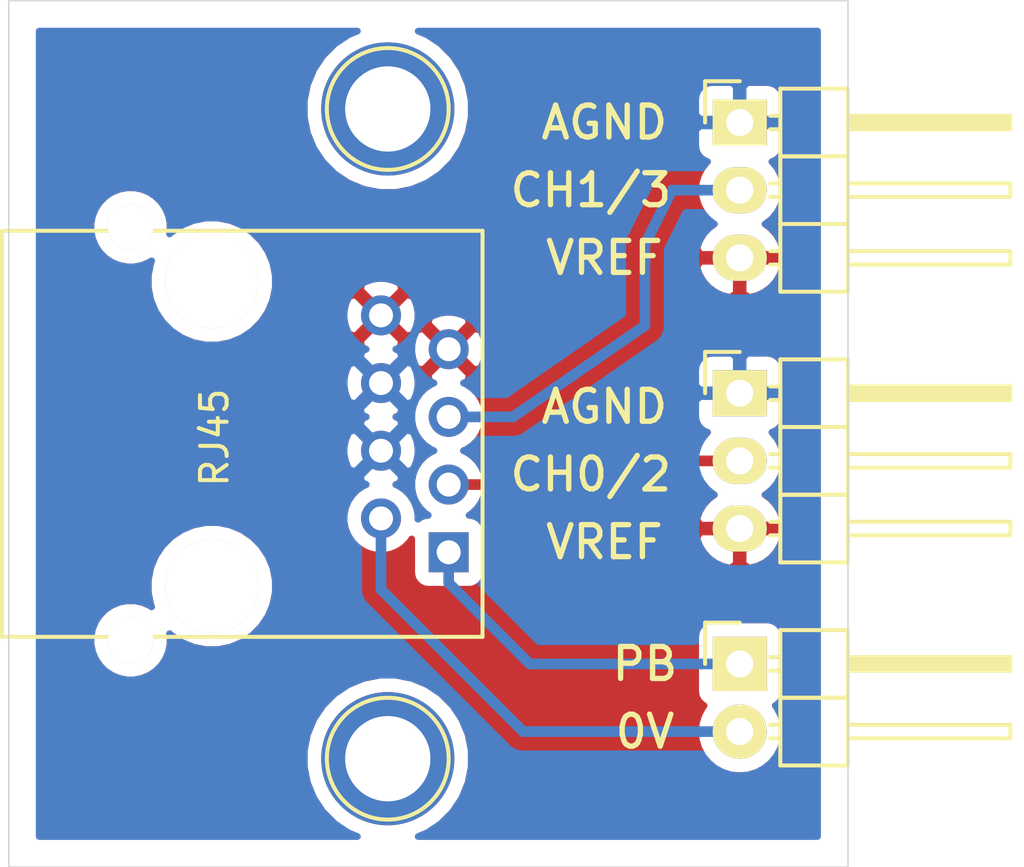
<source format=kicad_pcb>
(kicad_pcb (version 20171130) (host pcbnew "(5.1.2-1)-1")

  (general
    (thickness 1.6)
    (drawings 12)
    (tracks 15)
    (zones 0)
    (modules 6)
    (nets 7)
  )

  (page A4)
  (layers
    (0 F.Cu signal)
    (31 B.Cu signal)
    (32 B.Adhes user)
    (33 F.Adhes user)
    (34 B.Paste user)
    (35 F.Paste user)
    (36 B.SilkS user)
    (37 F.SilkS user)
    (38 B.Mask user)
    (39 F.Mask user)
    (40 Dwgs.User user)
    (41 Cmts.User user)
    (42 Eco1.User user)
    (43 Eco2.User user)
    (44 Edge.Cuts user)
    (45 Margin user)
    (46 B.CrtYd user)
    (47 F.CrtYd user)
    (48 B.Fab user)
    (49 F.Fab user)
  )

  (setup
    (last_trace_width 0.4)
    (trace_clearance 0.25)
    (zone_clearance 0.508)
    (zone_45_only no)
    (trace_min 0.2)
    (via_size 0.8)
    (via_drill 0.4)
    (via_min_size 0.4)
    (via_min_drill 0.3)
    (uvia_size 0.3)
    (uvia_drill 0.1)
    (uvias_allowed no)
    (uvia_min_size 0.2)
    (uvia_min_drill 0.1)
    (edge_width 0.05)
    (segment_width 0.2)
    (pcb_text_width 0.3)
    (pcb_text_size 1.5 1.5)
    (mod_edge_width 0.12)
    (mod_text_size 1 1)
    (mod_text_width 0.15)
    (pad_size 5 5)
    (pad_drill 3.2)
    (pad_to_mask_clearance 0.051)
    (solder_mask_min_width 0.25)
    (aux_axis_origin 0 0)
    (visible_elements FFFFFF7F)
    (pcbplotparams
      (layerselection 0x010fc_ffffffff)
      (usegerberextensions false)
      (usegerberattributes false)
      (usegerberadvancedattributes false)
      (creategerberjobfile false)
      (excludeedgelayer true)
      (linewidth 0.100000)
      (plotframeref false)
      (viasonmask false)
      (mode 1)
      (useauxorigin false)
      (hpglpennumber 1)
      (hpglpenspeed 20)
      (hpglpendiameter 15.000000)
      (psnegative false)
      (psa4output false)
      (plotreference true)
      (plotvalue true)
      (plotinvisibletext false)
      (padsonsilk false)
      (subtractmaskfromsilk false)
      (outputformat 1)
      (mirror false)
      (drillshape 0)
      (scaleselection 1)
      (outputdirectory "Gerbers/"))
  )

  (net 0 "")
  (net 1 /VREF)
  (net 2 /0V)
  (net 3 /CH0)
  (net 4 /AGND)
  (net 5 /CH1)
  (net 6 /PB0)

  (net_class Default "This is the default net class."
    (clearance 0.25)
    (trace_width 0.4)
    (via_dia 0.8)
    (via_drill 0.4)
    (uvia_dia 0.3)
    (uvia_drill 0.1)
    (add_net /0V)
    (add_net /AGND)
    (add_net /CH0)
    (add_net /CH1)
    (add_net /PB0)
    (add_net /VREF)
  )

  (module Connect:1pin (layer F.Cu) (tedit 5CF009D9) (tstamp 5CF02187)
    (at 134.112 60.452)
    (descr "module 1 pin (ou trou mecanique de percage)")
    (tags DEV)
    (fp_text reference REF** (at 0 -3.048) (layer F.SilkS) hide
      (effects (font (size 1 1) (thickness 0.15)))
    )
    (fp_text value 1pin (at 0 2.794) (layer F.Fab) hide
      (effects (font (size 1 1) (thickness 0.15)))
    )
    (fp_circle (center 0 0) (end 0 -2.286) (layer F.SilkS) (width 0.15))
    (pad "" thru_hole circle (at 0 0) (size 5 5) (drill 3.2) (layers *.Cu *.Mask))
  )

  (module Connect:1pin (layer F.Cu) (tedit 5CF009CF) (tstamp 5CF020FF)
    (at 134.112 36.068)
    (descr "module 1 pin (ou trou mecanique de percage)")
    (tags DEV)
    (fp_text reference REF** (at 0 -3.048) (layer F.SilkS) hide
      (effects (font (size 1 1) (thickness 0.15)))
    )
    (fp_text value 1pin (at 0 2.794) (layer F.Fab) hide
      (effects (font (size 1 1) (thickness 0.15)))
    )
    (fp_circle (center 0 0) (end 0 -2.286) (layer F.SilkS) (width 0.15))
    (pad "" thru_hole circle (at 0 0) (size 5 5) (drill 3.2) (layers *.Cu *.Mask))
  )

  (module Pin_Headers:Pin_Header_Angled_1x02 (layer F.Cu) (tedit 0) (tstamp 5CF01A8A)
    (at 147.32 56.896)
    (descr "Through hole pin header")
    (tags "pin header")
    (path /5CF094D0)
    (fp_text reference J4 (at 0 -5.1) (layer F.SilkS) hide
      (effects (font (size 1 1) (thickness 0.15)))
    )
    (fp_text value Push_Button (at -6.604 -0.508 90) (layer F.SilkS) hide
      (effects (font (size 1 1) (thickness 0.15)))
    )
    (fp_line (start 1.524 -1.27) (end 1.524 1.27) (layer F.SilkS) (width 0.15))
    (fp_line (start 1.524 1.27) (end 4.064 1.27) (layer F.SilkS) (width 0.15))
    (fp_line (start 4.064 -0.254) (end 10.16 -0.254) (layer F.SilkS) (width 0.15))
    (fp_line (start 10.16 -0.254) (end 10.16 0.254) (layer F.SilkS) (width 0.15))
    (fp_line (start 10.16 0.254) (end 4.064 0.254) (layer F.SilkS) (width 0.15))
    (fp_line (start 4.064 1.27) (end 4.064 -1.27) (layer F.SilkS) (width 0.15))
    (fp_line (start 4.064 3.81) (end 4.064 1.27) (layer F.SilkS) (width 0.15))
    (fp_line (start 10.16 2.794) (end 4.064 2.794) (layer F.SilkS) (width 0.15))
    (fp_line (start 10.16 2.286) (end 10.16 2.794) (layer F.SilkS) (width 0.15))
    (fp_line (start 4.064 2.286) (end 10.16 2.286) (layer F.SilkS) (width 0.15))
    (fp_line (start 1.524 3.81) (end 4.064 3.81) (layer F.SilkS) (width 0.15))
    (fp_line (start 1.524 1.27) (end 1.524 3.81) (layer F.SilkS) (width 0.15))
    (fp_line (start 1.524 1.27) (end 4.064 1.27) (layer F.SilkS) (width 0.15))
    (fp_line (start 1.524 -1.27) (end 4.064 -1.27) (layer F.SilkS) (width 0.15))
    (fp_line (start 1.524 2.794) (end 1.143 2.794) (layer F.SilkS) (width 0.15))
    (fp_line (start 1.524 2.286) (end 1.143 2.286) (layer F.SilkS) (width 0.15))
    (fp_line (start 1.524 0.254) (end 1.143 0.254) (layer F.SilkS) (width 0.15))
    (fp_line (start 1.524 -0.254) (end 1.143 -0.254) (layer F.SilkS) (width 0.15))
    (fp_line (start 4.191 0) (end 10.033 0) (layer F.SilkS) (width 0.15))
    (fp_line (start 4.191 0.127) (end 4.191 0) (layer F.SilkS) (width 0.15))
    (fp_line (start 10.033 0.127) (end 4.191 0.127) (layer F.SilkS) (width 0.15))
    (fp_line (start 10.033 -0.127) (end 10.033 0.127) (layer F.SilkS) (width 0.15))
    (fp_line (start 4.191 -0.127) (end 10.033 -0.127) (layer F.SilkS) (width 0.15))
    (fp_line (start 0 -1.55) (end -1.3 -1.55) (layer F.SilkS) (width 0.15))
    (fp_line (start -1.3 -1.55) (end -1.3 0) (layer F.SilkS) (width 0.15))
    (fp_line (start -1.5 4.3) (end 10.65 4.3) (layer F.CrtYd) (width 0.05))
    (fp_line (start -1.5 -1.75) (end 10.65 -1.75) (layer F.CrtYd) (width 0.05))
    (fp_line (start 10.65 -1.75) (end 10.65 4.3) (layer F.CrtYd) (width 0.05))
    (fp_line (start -1.5 -1.75) (end -1.5 4.3) (layer F.CrtYd) (width 0.05))
    (pad 2 thru_hole oval (at 0 2.54) (size 2.032 2.032) (drill 1.016) (layers *.Cu *.Mask F.SilkS)
      (net 2 /0V))
    (pad 1 thru_hole rect (at 0 0) (size 2.032 2.032) (drill 1.016) (layers *.Cu *.Mask F.SilkS)
      (net 6 /PB0))
    (model Pin_Headers.3dshapes/Pin_Header_Angled_1x02.wrl
      (offset (xyz 0 -1.269999980926514 0))
      (scale (xyz 1 1 1))
      (rotate (xyz 0 0 90))
    )
  )

  (module Pin_Headers:Pin_Header_Angled_1x03 (layer F.Cu) (tedit 0) (tstamp 5CF01A67)
    (at 147.32 46.736)
    (descr "Through hole pin header")
    (tags "pin header")
    (path /5CF14981)
    (fp_text reference J3 (at 0 -5.1) (layer F.SilkS)
      (effects (font (size 1 1) (thickness 0.15)))
    )
    (fp_text value Pot_0 (at 0 -3.1) (layer F.Fab) hide
      (effects (font (size 1 1) (thickness 0.15)))
    )
    (fp_line (start 1.524 6.35) (end 4.064 6.35) (layer F.SilkS) (width 0.15))
    (fp_line (start 1.524 1.27) (end 4.064 1.27) (layer F.SilkS) (width 0.15))
    (fp_line (start 1.524 1.27) (end 1.524 3.81) (layer F.SilkS) (width 0.15))
    (fp_line (start 1.524 3.81) (end 4.064 3.81) (layer F.SilkS) (width 0.15))
    (fp_line (start 4.064 2.286) (end 10.16 2.286) (layer F.SilkS) (width 0.15))
    (fp_line (start 10.16 2.286) (end 10.16 2.794) (layer F.SilkS) (width 0.15))
    (fp_line (start 10.16 2.794) (end 4.064 2.794) (layer F.SilkS) (width 0.15))
    (fp_line (start 4.064 3.81) (end 4.064 1.27) (layer F.SilkS) (width 0.15))
    (fp_line (start 4.064 6.35) (end 4.064 3.81) (layer F.SilkS) (width 0.15))
    (fp_line (start 10.16 5.334) (end 4.064 5.334) (layer F.SilkS) (width 0.15))
    (fp_line (start 10.16 4.826) (end 10.16 5.334) (layer F.SilkS) (width 0.15))
    (fp_line (start 4.064 4.826) (end 10.16 4.826) (layer F.SilkS) (width 0.15))
    (fp_line (start 1.524 3.81) (end 1.524 6.35) (layer F.SilkS) (width 0.15))
    (fp_line (start 1.524 3.81) (end 4.064 3.81) (layer F.SilkS) (width 0.15))
    (fp_line (start 1.524 -1.27) (end 4.064 -1.27) (layer F.SilkS) (width 0.15))
    (fp_line (start 1.524 -1.27) (end 1.524 1.27) (layer F.SilkS) (width 0.15))
    (fp_line (start 1.524 1.27) (end 4.064 1.27) (layer F.SilkS) (width 0.15))
    (fp_line (start 4.064 -0.254) (end 10.16 -0.254) (layer F.SilkS) (width 0.15))
    (fp_line (start 10.16 -0.254) (end 10.16 0.254) (layer F.SilkS) (width 0.15))
    (fp_line (start 10.16 0.254) (end 4.064 0.254) (layer F.SilkS) (width 0.15))
    (fp_line (start 4.064 1.27) (end 4.064 -1.27) (layer F.SilkS) (width 0.15))
    (fp_line (start 1.524 5.334) (end 1.143 5.334) (layer F.SilkS) (width 0.15))
    (fp_line (start 1.524 4.826) (end 1.143 4.826) (layer F.SilkS) (width 0.15))
    (fp_line (start 1.524 2.794) (end 1.143 2.794) (layer F.SilkS) (width 0.15))
    (fp_line (start 1.524 2.286) (end 1.143 2.286) (layer F.SilkS) (width 0.15))
    (fp_line (start 1.524 0.254) (end 1.143 0.254) (layer F.SilkS) (width 0.15))
    (fp_line (start 1.524 -0.254) (end 1.143 -0.254) (layer F.SilkS) (width 0.15))
    (fp_line (start 4.191 0) (end 10.033 0) (layer F.SilkS) (width 0.15))
    (fp_line (start 4.191 0.127) (end 4.191 0) (layer F.SilkS) (width 0.15))
    (fp_line (start 10.033 0.127) (end 4.191 0.127) (layer F.SilkS) (width 0.15))
    (fp_line (start 10.033 -0.127) (end 10.033 0.127) (layer F.SilkS) (width 0.15))
    (fp_line (start 4.191 -0.127) (end 10.033 -0.127) (layer F.SilkS) (width 0.15))
    (fp_line (start 0 -1.55) (end -1.3 -1.55) (layer F.SilkS) (width 0.15))
    (fp_line (start -1.3 -1.55) (end -1.3 0) (layer F.SilkS) (width 0.15))
    (fp_line (start -1.5 6.85) (end 10.65 6.85) (layer F.CrtYd) (width 0.05))
    (fp_line (start -1.5 -1.75) (end 10.65 -1.75) (layer F.CrtYd) (width 0.05))
    (fp_line (start 10.65 -1.75) (end 10.65 6.85) (layer F.CrtYd) (width 0.05))
    (fp_line (start -1.5 -1.75) (end -1.5 6.85) (layer F.CrtYd) (width 0.05))
    (pad 3 thru_hole oval (at 0 5.08) (size 2.032 1.7272) (drill 1.016) (layers *.Cu *.Mask F.SilkS)
      (net 1 /VREF))
    (pad 2 thru_hole oval (at 0 2.54) (size 2.032 1.7272) (drill 1.016) (layers *.Cu *.Mask F.SilkS)
      (net 3 /CH0))
    (pad 1 thru_hole rect (at 0 0) (size 2.032 1.7272) (drill 1.016) (layers *.Cu *.Mask F.SilkS)
      (net 4 /AGND))
    (model Pin_Headers.3dshapes/Pin_Header_Angled_1x03.wrl
      (offset (xyz 0 -2.539999961853027 0))
      (scale (xyz 1 1 1))
      (rotate (xyz 0 0 90))
    )
  )

  (module Pin_Headers:Pin_Header_Angled_1x03 (layer F.Cu) (tedit 0) (tstamp 5CF01A3A)
    (at 147.32 36.576)
    (descr "Through hole pin header")
    (tags "pin header")
    (path /5CF12450)
    (fp_text reference J2 (at 0 -5.1) (layer F.SilkS) hide
      (effects (font (size 1 1) (thickness 0.15)))
    )
    (fp_text value Pot_1 (at 0 -3.1) (layer F.Fab) hide
      (effects (font (size 1 1) (thickness 0.15)))
    )
    (fp_line (start 1.524 6.35) (end 4.064 6.35) (layer F.SilkS) (width 0.15))
    (fp_line (start 1.524 1.27) (end 4.064 1.27) (layer F.SilkS) (width 0.15))
    (fp_line (start 1.524 1.27) (end 1.524 3.81) (layer F.SilkS) (width 0.15))
    (fp_line (start 1.524 3.81) (end 4.064 3.81) (layer F.SilkS) (width 0.15))
    (fp_line (start 4.064 2.286) (end 10.16 2.286) (layer F.SilkS) (width 0.15))
    (fp_line (start 10.16 2.286) (end 10.16 2.794) (layer F.SilkS) (width 0.15))
    (fp_line (start 10.16 2.794) (end 4.064 2.794) (layer F.SilkS) (width 0.15))
    (fp_line (start 4.064 3.81) (end 4.064 1.27) (layer F.SilkS) (width 0.15))
    (fp_line (start 4.064 6.35) (end 4.064 3.81) (layer F.SilkS) (width 0.15))
    (fp_line (start 10.16 5.334) (end 4.064 5.334) (layer F.SilkS) (width 0.15))
    (fp_line (start 10.16 4.826) (end 10.16 5.334) (layer F.SilkS) (width 0.15))
    (fp_line (start 4.064 4.826) (end 10.16 4.826) (layer F.SilkS) (width 0.15))
    (fp_line (start 1.524 3.81) (end 1.524 6.35) (layer F.SilkS) (width 0.15))
    (fp_line (start 1.524 3.81) (end 4.064 3.81) (layer F.SilkS) (width 0.15))
    (fp_line (start 1.524 -1.27) (end 4.064 -1.27) (layer F.SilkS) (width 0.15))
    (fp_line (start 1.524 -1.27) (end 1.524 1.27) (layer F.SilkS) (width 0.15))
    (fp_line (start 1.524 1.27) (end 4.064 1.27) (layer F.SilkS) (width 0.15))
    (fp_line (start 4.064 -0.254) (end 10.16 -0.254) (layer F.SilkS) (width 0.15))
    (fp_line (start 10.16 -0.254) (end 10.16 0.254) (layer F.SilkS) (width 0.15))
    (fp_line (start 10.16 0.254) (end 4.064 0.254) (layer F.SilkS) (width 0.15))
    (fp_line (start 4.064 1.27) (end 4.064 -1.27) (layer F.SilkS) (width 0.15))
    (fp_line (start 1.524 5.334) (end 1.143 5.334) (layer F.SilkS) (width 0.15))
    (fp_line (start 1.524 4.826) (end 1.143 4.826) (layer F.SilkS) (width 0.15))
    (fp_line (start 1.524 2.794) (end 1.143 2.794) (layer F.SilkS) (width 0.15))
    (fp_line (start 1.524 2.286) (end 1.143 2.286) (layer F.SilkS) (width 0.15))
    (fp_line (start 1.524 0.254) (end 1.143 0.254) (layer F.SilkS) (width 0.15))
    (fp_line (start 1.524 -0.254) (end 1.143 -0.254) (layer F.SilkS) (width 0.15))
    (fp_line (start 4.191 0) (end 10.033 0) (layer F.SilkS) (width 0.15))
    (fp_line (start 4.191 0.127) (end 4.191 0) (layer F.SilkS) (width 0.15))
    (fp_line (start 10.033 0.127) (end 4.191 0.127) (layer F.SilkS) (width 0.15))
    (fp_line (start 10.033 -0.127) (end 10.033 0.127) (layer F.SilkS) (width 0.15))
    (fp_line (start 4.191 -0.127) (end 10.033 -0.127) (layer F.SilkS) (width 0.15))
    (fp_line (start 0 -1.55) (end -1.3 -1.55) (layer F.SilkS) (width 0.15))
    (fp_line (start -1.3 -1.55) (end -1.3 0) (layer F.SilkS) (width 0.15))
    (fp_line (start -1.5 6.85) (end 10.65 6.85) (layer F.CrtYd) (width 0.05))
    (fp_line (start -1.5 -1.75) (end 10.65 -1.75) (layer F.CrtYd) (width 0.05))
    (fp_line (start 10.65 -1.75) (end 10.65 6.85) (layer F.CrtYd) (width 0.05))
    (fp_line (start -1.5 -1.75) (end -1.5 6.85) (layer F.CrtYd) (width 0.05))
    (pad 3 thru_hole oval (at 0 5.08) (size 2.032 1.7272) (drill 1.016) (layers *.Cu *.Mask F.SilkS)
      (net 1 /VREF))
    (pad 2 thru_hole oval (at 0 2.54) (size 2.032 1.7272) (drill 1.016) (layers *.Cu *.Mask F.SilkS)
      (net 5 /CH1))
    (pad 1 thru_hole rect (at 0 0) (size 2.032 1.7272) (drill 1.016) (layers *.Cu *.Mask F.SilkS)
      (net 4 /AGND))
    (model Pin_Headers.3dshapes/Pin_Header_Angled_1x03.wrl
      (offset (xyz 0 -2.539999961853027 0))
      (scale (xyz 1 1 1))
      (rotate (xyz 0 0 90))
    )
  )

  (module Speculatrix_connectors:RJ45_Eth (layer F.Cu) (tedit 5CEC0944) (tstamp 5CF01A0D)
    (at 127.508 48.26 270)
    (descr "RJ45 Ethernet Socket")
    (tags RJ45)
    (path /5CF0337C)
    (fp_text reference J1 (at 0.254 4.826 90) (layer F.SilkS) hide
      (effects (font (size 1 1) (thickness 0.15)))
    )
    (fp_text value RJ45 (at 0.14224 -0.1016 90) (layer F.SilkS)
      (effects (font (size 1 1) (thickness 0.15)))
    )
    (fp_line (start -7.62 -10.16) (end -7.62 7.874) (layer F.SilkS) (width 0.15))
    (fp_line (start 7.62 -10.16) (end -7.62 -10.16) (layer F.SilkS) (width 0.15))
    (fp_line (start 7.62 7.874) (end 7.62 -10.16) (layer F.SilkS) (width 0.15))
    (fp_line (start -7.62 7.874) (end 7.62 7.874) (layer F.SilkS) (width 0.15))
    (pad "" np_thru_hole circle (at -7.75 3.05 270) (size 1.7 1.7) (drill 1.7) (layers *.Cu *.SilkS *.Mask))
    (pad "" np_thru_hole circle (at 7.75 3.05 270) (size 1.7 1.7) (drill 1.7) (layers *.Cu *.SilkS *.Mask))
    (pad 8 thru_hole circle (at -4.445 -6.35 270) (size 1.50114 1.50114) (drill 0.89916) (layers *.Cu *.Mask)
      (net 1 /VREF))
    (pad 2 thru_hole circle (at 3.175 -6.35 270) (size 1.50114 1.50114) (drill 0.89916) (layers *.Cu *.Mask)
      (net 2 /0V))
    (pad 3 thru_hole circle (at 1.905 -8.89 270) (size 1.50114 1.50114) (drill 0.89916) (layers *.Cu *.Mask)
      (net 3 /CH0))
    (pad 4 thru_hole circle (at 0.635 -6.35 270) (size 1.50114 1.50114) (drill 0.89916) (layers *.Cu *.Mask)
      (net 4 /AGND))
    (pad 5 thru_hole circle (at -0.635 -8.89 270) (size 1.50114 1.50114) (drill 0.89916) (layers *.Cu *.Mask)
      (net 5 /CH1))
    (pad 6 thru_hole circle (at -1.905 -6.35 270) (size 1.50114 1.50114) (drill 0.89916) (layers *.Cu *.Mask)
      (net 4 /AGND))
    (pad 7 thru_hole circle (at -3.175 -8.89 270) (size 1.50114 1.50114) (drill 0.89916) (layers *.Cu *.Mask)
      (net 1 /VREF))
    (pad 1 thru_hole rect (at 4.445 -8.89 270) (size 1.50114 1.50114) (drill 0.89916) (layers *.Cu *.Mask)
      (net 6 /PB0))
    (pad "" np_thru_hole circle (at -5.715 0 270) (size 3.5 3.5) (drill 3.5) (layers *.Cu *.SilkS *.Mask))
    (pad "" np_thru_hole circle (at 5.715 0 270) (size 3.5 3.5) (drill 3.5) (layers *.Cu *.SilkS *.Mask))
    (model Connect.3dshapes/RJ45_8.wrl
      (at (xyz 0 0 0))
      (scale (xyz 0.4 0.4 0.4))
      (rotate (xyz 0 0 0))
    )
  )

  (gr_line (start 119.888 64.516) (end 119.888 32.004) (layer Edge.Cuts) (width 0.05) (tstamp 5CF021B9))
  (gr_line (start 151.384 64.516) (end 119.888 64.516) (layer Edge.Cuts) (width 0.05))
  (gr_line (start 151.384 32.004) (end 151.384 64.516) (layer Edge.Cuts) (width 0.05))
  (gr_line (start 119.888 32.004) (end 151.384 32.004) (layer Edge.Cuts) (width 0.05))
  (gr_text 0V (at 143.764 59.436) (layer F.SilkS) (tstamp 5CF01E61)
    (effects (font (size 1.2 1.2) (thickness 0.2)))
  )
  (gr_text PB (at 143.764 56.896) (layer F.SilkS) (tstamp 5CF01E5E)
    (effects (font (size 1.2 1.2) (thickness 0.2)))
  )
  (gr_text CH0/2 (at 141.732 49.784) (layer F.SilkS) (tstamp 5CF01D19)
    (effects (font (size 1.2 1.2) (thickness 0.2)))
  )
  (gr_text CH1/3 (at 141.732 39.116) (layer F.SilkS) (tstamp 5CF01D15)
    (effects (font (size 1.2 1.2) (thickness 0.2)))
  )
  (gr_text VREF (at 142.24 41.656) (layer F.SilkS) (tstamp 5CF01D13)
    (effects (font (size 1.2 1.2) (thickness 0.2)))
  )
  (gr_text VREF (at 142.24 52.324) (layer F.SilkS) (tstamp 5CF01D10)
    (effects (font (size 1.2 1.2) (thickness 0.2)))
  )
  (gr_text AGND (at 142.24 47.244) (layer F.SilkS) (tstamp 5CF01D0E)
    (effects (font (size 1.2 1.2) (thickness 0.2)))
  )
  (gr_text AGND (at 142.24 36.576) (layer F.SilkS)
    (effects (font (size 1.2 1.2) (thickness 0.2)))
  )

  (segment (start 133.858 51.435) (end 133.858 54.102) (width 0.4) (layer B.Cu) (net 2))
  (segment (start 139.192 59.436) (end 147.32 59.436) (width 0.4) (layer B.Cu) (net 2))
  (segment (start 133.858 54.102) (end 139.192 59.436) (width 0.4) (layer B.Cu) (net 2))
  (segment (start 136.398 50.165) (end 142.875 50.165) (width 0.4) (layer F.Cu) (net 3))
  (segment (start 143.764 49.276) (end 147.32 49.276) (width 0.4) (layer F.Cu) (net 3))
  (segment (start 142.875 50.165) (end 143.764 49.276) (width 0.4) (layer F.Cu) (net 3))
  (segment (start 143.764 41.148) (end 144.78 39.116) (width 0.4) (layer B.Cu) (net 5))
  (segment (start 144.78 39.116) (end 147.32 39.116) (width 0.4) (layer B.Cu) (net 5))
  (segment (start 143.764 44.196) (end 143.764 41.148) (width 0.4) (layer B.Cu) (net 5))
  (segment (start 138.811 47.625) (end 143.764 44.196) (width 0.4) (layer B.Cu) (net 5))
  (segment (start 136.398 47.625) (end 138.811 47.625) (width 0.4) (layer B.Cu) (net 5))
  (segment (start 145.904 56.896) (end 147.32 56.896) (width 0.4) (layer B.Cu) (net 6))
  (segment (start 139.43843 56.896) (end 145.904 56.896) (width 0.4) (layer B.Cu) (net 6))
  (segment (start 136.398 53.85557) (end 139.43843 56.896) (width 0.4) (layer B.Cu) (net 6))
  (segment (start 136.398 52.705) (end 136.398 53.85557) (width 0.4) (layer B.Cu) (net 6))

  (zone (net 4) (net_name /AGND) (layer B.Cu) (tstamp 5CF02475) (hatch edge 0.508)
    (connect_pads (clearance 0.508))
    (min_thickness 0.254)
    (fill yes (arc_segments 32) (thermal_gap 0.508) (thermal_bridge_width 0.508))
    (polygon
      (pts
        (xy 120.904 33.02) (xy 150.368 33.02) (xy 150.368 63.5) (xy 120.904 63.5)
      )
    )
    (filled_polygon
      (pts
        (xy 132.627021 33.289799) (xy 132.113554 33.632886) (xy 131.676886 34.069554) (xy 131.333799 34.583021) (xy 131.097476 35.153554)
        (xy 130.977 35.759229) (xy 130.977 36.376771) (xy 131.097476 36.982446) (xy 131.333799 37.552979) (xy 131.676886 38.066446)
        (xy 132.113554 38.503114) (xy 132.627021 38.846201) (xy 133.197554 39.082524) (xy 133.803229 39.203) (xy 134.420771 39.203)
        (xy 135.026446 39.082524) (xy 135.596979 38.846201) (xy 136.110446 38.503114) (xy 136.547114 38.066446) (xy 136.890201 37.552979)
        (xy 137.126524 36.982446) (xy 137.247 36.376771) (xy 137.247 35.759229) (xy 137.237686 35.7124) (xy 145.665928 35.7124)
        (xy 145.669 36.29025) (xy 145.82775 36.449) (xy 147.193 36.449) (xy 147.193 35.23615) (xy 147.447 35.23615)
        (xy 147.447 36.449) (xy 148.81225 36.449) (xy 148.971 36.29025) (xy 148.974072 35.7124) (xy 148.961812 35.587918)
        (xy 148.925502 35.46822) (xy 148.866537 35.357906) (xy 148.787185 35.261215) (xy 148.690494 35.181863) (xy 148.58018 35.122898)
        (xy 148.460482 35.086588) (xy 148.336 35.074328) (xy 147.60575 35.0774) (xy 147.447 35.23615) (xy 147.193 35.23615)
        (xy 147.03425 35.0774) (xy 146.304 35.074328) (xy 146.179518 35.086588) (xy 146.05982 35.122898) (xy 145.949506 35.181863)
        (xy 145.852815 35.261215) (xy 145.773463 35.357906) (xy 145.714498 35.46822) (xy 145.678188 35.587918) (xy 145.665928 35.7124)
        (xy 137.237686 35.7124) (xy 137.126524 35.153554) (xy 136.890201 34.583021) (xy 136.547114 34.069554) (xy 136.110446 33.632886)
        (xy 135.596979 33.289799) (xy 135.252232 33.147) (xy 150.241 33.147) (xy 150.241 63.373) (xy 135.252232 63.373)
        (xy 135.596979 63.230201) (xy 136.110446 62.887114) (xy 136.547114 62.450446) (xy 136.890201 61.936979) (xy 137.126524 61.366446)
        (xy 137.247 60.760771) (xy 137.247 60.143229) (xy 137.126524 59.537554) (xy 136.890201 58.967021) (xy 136.547114 58.453554)
        (xy 136.110446 58.016886) (xy 135.596979 57.673799) (xy 135.026446 57.437476) (xy 134.420771 57.317) (xy 133.803229 57.317)
        (xy 133.197554 57.437476) (xy 132.627021 57.673799) (xy 132.113554 58.016886) (xy 131.676886 58.453554) (xy 131.333799 58.967021)
        (xy 131.097476 59.537554) (xy 130.977 60.143229) (xy 130.977 60.760771) (xy 131.097476 61.366446) (xy 131.333799 61.936979)
        (xy 131.676886 62.450446) (xy 132.113554 62.887114) (xy 132.627021 63.230201) (xy 132.971768 63.373) (xy 121.031 63.373)
        (xy 121.031 55.86374) (xy 122.973 55.86374) (xy 122.973 56.15626) (xy 123.030068 56.443158) (xy 123.14201 56.713411)
        (xy 123.304525 56.956632) (xy 123.511368 57.163475) (xy 123.754589 57.32599) (xy 124.024842 57.437932) (xy 124.31174 57.495)
        (xy 124.60426 57.495) (xy 124.891158 57.437932) (xy 125.161411 57.32599) (xy 125.404632 57.163475) (xy 125.611475 56.956632)
        (xy 125.77399 56.713411) (xy 125.885932 56.443158) (xy 125.943 56.15626) (xy 125.943 55.86374) (xy 125.922927 55.762826)
        (xy 125.987651 55.82755) (xy 126.378279 56.08856) (xy 126.812321 56.268346) (xy 127.273098 56.36) (xy 127.742902 56.36)
        (xy 128.203679 56.268346) (xy 128.637721 56.08856) (xy 129.028349 55.82755) (xy 129.36055 55.495349) (xy 129.62156 55.104721)
        (xy 129.801346 54.670679) (xy 129.893 54.209902) (xy 129.893 53.740098) (xy 129.801346 53.279321) (xy 129.62156 52.845279)
        (xy 129.36055 52.454651) (xy 129.028349 52.12245) (xy 128.637721 51.86144) (xy 128.203679 51.681654) (xy 127.742902 51.59)
        (xy 127.273098 51.59) (xy 126.812321 51.681654) (xy 126.378279 51.86144) (xy 125.987651 52.12245) (xy 125.65545 52.454651)
        (xy 125.39444 52.845279) (xy 125.214654 53.279321) (xy 125.123 53.740098) (xy 125.123 54.209902) (xy 125.214654 54.670679)
        (xy 125.248391 54.752128) (xy 125.161411 54.69401) (xy 124.891158 54.582068) (xy 124.60426 54.525) (xy 124.31174 54.525)
        (xy 124.024842 54.582068) (xy 123.754589 54.69401) (xy 123.511368 54.856525) (xy 123.304525 55.063368) (xy 123.14201 55.306589)
        (xy 123.030068 55.576842) (xy 122.973 55.86374) (xy 121.031 55.86374) (xy 121.031 51.298533) (xy 132.47243 51.298533)
        (xy 132.47243 51.571467) (xy 132.525677 51.839156) (xy 132.630124 52.091313) (xy 132.781758 52.318249) (xy 132.974751 52.511242)
        (xy 133.023 52.543481) (xy 133.023001 54.060972) (xy 133.01896 54.102) (xy 133.035082 54.265688) (xy 133.082828 54.423086)
        (xy 133.152379 54.553206) (xy 133.160365 54.568146) (xy 133.26471 54.695291) (xy 133.296574 54.721441) (xy 138.572559 59.997427)
        (xy 138.598709 60.029291) (xy 138.64937 60.070867) (xy 138.725854 60.133636) (xy 138.870913 60.211172) (xy 139.028311 60.258918)
        (xy 139.191999 60.27504) (xy 139.233018 60.271) (xy 145.894268 60.271) (xy 145.940602 60.357684) (xy 146.146918 60.609082)
        (xy 146.398316 60.815398) (xy 146.685133 60.968705) (xy 146.996347 61.063111) (xy 147.238896 61.087) (xy 147.401104 61.087)
        (xy 147.643653 61.063111) (xy 147.954867 60.968705) (xy 148.241684 60.815398) (xy 148.493082 60.609082) (xy 148.699398 60.357684)
        (xy 148.852705 60.070867) (xy 148.947111 59.759653) (xy 148.978988 59.436) (xy 148.947111 59.112347) (xy 148.852705 58.801133)
        (xy 148.699398 58.514316) (xy 148.655737 58.461115) (xy 148.690494 58.442537) (xy 148.787185 58.363185) (xy 148.866537 58.266494)
        (xy 148.925502 58.15618) (xy 148.961812 58.036482) (xy 148.974072 57.912) (xy 148.974072 55.88) (xy 148.961812 55.755518)
        (xy 148.925502 55.63582) (xy 148.866537 55.525506) (xy 148.787185 55.428815) (xy 148.690494 55.349463) (xy 148.58018 55.290498)
        (xy 148.460482 55.254188) (xy 148.336 55.241928) (xy 146.304 55.241928) (xy 146.179518 55.254188) (xy 146.05982 55.290498)
        (xy 145.949506 55.349463) (xy 145.852815 55.428815) (xy 145.773463 55.525506) (xy 145.714498 55.63582) (xy 145.678188 55.755518)
        (xy 145.665928 55.88) (xy 145.665928 56.061) (xy 139.784298 56.061) (xy 137.613412 53.890114) (xy 137.679107 53.810064)
        (xy 137.738072 53.69975) (xy 137.774382 53.580052) (xy 137.786642 53.45557) (xy 137.786642 51.95443) (xy 137.774382 51.829948)
        (xy 137.738072 51.71025) (xy 137.679107 51.599936) (xy 137.599755 51.503245) (xy 137.503064 51.423893) (xy 137.39275 51.364928)
        (xy 137.273052 51.328618) (xy 137.166227 51.318097) (xy 137.281249 51.241242) (xy 137.474242 51.048249) (xy 137.625876 50.821313)
        (xy 137.730323 50.569156) (xy 137.78357 50.301467) (xy 137.78357 50.028533) (xy 137.730323 49.760844) (xy 137.625876 49.508687)
        (xy 137.474242 49.281751) (xy 137.468491 49.276) (xy 145.661749 49.276) (xy 145.690684 49.569777) (xy 145.776375 49.852264)
        (xy 145.915531 50.112606) (xy 146.102803 50.340797) (xy 146.330994 50.528069) (xy 146.36454 50.546) (xy 146.330994 50.563931)
        (xy 146.102803 50.751203) (xy 145.915531 50.979394) (xy 145.776375 51.239736) (xy 145.690684 51.522223) (xy 145.661749 51.816)
        (xy 145.690684 52.109777) (xy 145.776375 52.392264) (xy 145.915531 52.652606) (xy 146.102803 52.880797) (xy 146.330994 53.068069)
        (xy 146.591336 53.207225) (xy 146.873823 53.292916) (xy 147.093981 53.3146) (xy 147.546019 53.3146) (xy 147.766177 53.292916)
        (xy 148.048664 53.207225) (xy 148.309006 53.068069) (xy 148.537197 52.880797) (xy 148.724469 52.652606) (xy 148.863625 52.392264)
        (xy 148.949316 52.109777) (xy 148.978251 51.816) (xy 148.949316 51.522223) (xy 148.863625 51.239736) (xy 148.724469 50.979394)
        (xy 148.537197 50.751203) (xy 148.309006 50.563931) (xy 148.27546 50.546) (xy 148.309006 50.528069) (xy 148.537197 50.340797)
        (xy 148.724469 50.112606) (xy 148.863625 49.852264) (xy 148.949316 49.569777) (xy 148.978251 49.276) (xy 148.949316 48.982223)
        (xy 148.863625 48.699736) (xy 148.724469 48.439394) (xy 148.537197 48.211203) (xy 148.529135 48.204586) (xy 148.58018 48.189102)
        (xy 148.690494 48.130137) (xy 148.787185 48.050785) (xy 148.866537 47.954094) (xy 148.925502 47.84378) (xy 148.961812 47.724082)
        (xy 148.974072 47.5996) (xy 148.971 47.02175) (xy 148.81225 46.863) (xy 147.447 46.863) (xy 147.447 46.883)
        (xy 147.193 46.883) (xy 147.193 46.863) (xy 145.82775 46.863) (xy 145.669 47.02175) (xy 145.665928 47.5996)
        (xy 145.678188 47.724082) (xy 145.714498 47.84378) (xy 145.773463 47.954094) (xy 145.852815 48.050785) (xy 145.949506 48.130137)
        (xy 146.05982 48.189102) (xy 146.110865 48.204586) (xy 146.102803 48.211203) (xy 145.915531 48.439394) (xy 145.776375 48.699736)
        (xy 145.690684 48.982223) (xy 145.661749 49.276) (xy 137.468491 49.276) (xy 137.281249 49.088758) (xy 137.054313 48.937124)
        (xy 136.952617 48.895) (xy 137.054313 48.852876) (xy 137.281249 48.701242) (xy 137.474242 48.508249) (xy 137.506481 48.46)
        (xy 138.77689 48.46) (xy 138.824839 48.463925) (xy 138.899664 48.455307) (xy 138.974689 48.447918) (xy 138.981339 48.445901)
        (xy 138.98824 48.445106) (xy 139.059959 48.422052) (xy 139.132087 48.400172) (xy 139.138217 48.396895) (xy 139.144829 48.39477)
        (xy 139.210641 48.358184) (xy 139.277146 48.322636) (xy 139.314353 48.292101) (xy 142.809478 45.8724) (xy 145.665928 45.8724)
        (xy 145.669 46.45025) (xy 145.82775 46.609) (xy 147.193 46.609) (xy 147.193 45.39615) (xy 147.447 45.39615)
        (xy 147.447 46.609) (xy 148.81225 46.609) (xy 148.971 46.45025) (xy 148.974072 45.8724) (xy 148.961812 45.747918)
        (xy 148.925502 45.62822) (xy 148.866537 45.517906) (xy 148.787185 45.421215) (xy 148.690494 45.341863) (xy 148.58018 45.282898)
        (xy 148.460482 45.246588) (xy 148.336 45.234328) (xy 147.60575 45.2374) (xy 147.447 45.39615) (xy 147.193 45.39615)
        (xy 147.03425 45.2374) (xy 146.304 45.234328) (xy 146.179518 45.246588) (xy 146.05982 45.282898) (xy 145.949506 45.341863)
        (xy 145.852815 45.421215) (xy 145.773463 45.517906) (xy 145.714498 45.62822) (xy 145.678188 45.747918) (xy 145.665928 45.8724)
        (xy 142.809478 45.8724) (xy 144.199892 44.909807) (xy 144.230145 44.893636) (xy 144.267335 44.863116) (xy 144.273015 44.859183)
        (xy 144.299064 44.837076) (xy 144.357291 44.789291) (xy 144.361698 44.783921) (xy 144.366997 44.779424) (xy 144.413837 44.720389)
        (xy 144.461636 44.662146) (xy 144.464912 44.656017) (xy 144.46923 44.650575) (xy 144.503644 44.583556) (xy 144.539172 44.517087)
        (xy 144.541189 44.510436) (xy 144.544363 44.504256) (xy 144.565044 44.4318) (xy 144.586918 44.359689) (xy 144.587599 44.352774)
        (xy 144.589506 44.346093) (xy 144.595652 44.271015) (xy 144.599 44.237019) (xy 144.599 44.23011) (xy 144.602925 44.182161)
        (xy 144.599 44.148081) (xy 144.599 41.345115) (xy 145.296058 39.951) (xy 145.914673 39.951) (xy 145.915531 39.952606)
        (xy 146.102803 40.180797) (xy 146.330994 40.368069) (xy 146.36454 40.386) (xy 146.330994 40.403931) (xy 146.102803 40.591203)
        (xy 145.915531 40.819394) (xy 145.776375 41.079736) (xy 145.690684 41.362223) (xy 145.661749 41.656) (xy 145.690684 41.949777)
        (xy 145.776375 42.232264) (xy 145.915531 42.492606) (xy 146.102803 42.720797) (xy 146.330994 42.908069) (xy 146.591336 43.047225)
        (xy 146.873823 43.132916) (xy 147.093981 43.1546) (xy 147.546019 43.1546) (xy 147.766177 43.132916) (xy 148.048664 43.047225)
        (xy 148.309006 42.908069) (xy 148.537197 42.720797) (xy 148.724469 42.492606) (xy 148.863625 42.232264) (xy 148.949316 41.949777)
        (xy 148.978251 41.656) (xy 148.949316 41.362223) (xy 148.863625 41.079736) (xy 148.724469 40.819394) (xy 148.537197 40.591203)
        (xy 148.309006 40.403931) (xy 148.27546 40.386) (xy 148.309006 40.368069) (xy 148.537197 40.180797) (xy 148.724469 39.952606)
        (xy 148.863625 39.692264) (xy 148.949316 39.409777) (xy 148.978251 39.116) (xy 148.949316 38.822223) (xy 148.863625 38.539736)
        (xy 148.724469 38.279394) (xy 148.537197 38.051203) (xy 148.529135 38.044586) (xy 148.58018 38.029102) (xy 148.690494 37.970137)
        (xy 148.787185 37.890785) (xy 148.866537 37.794094) (xy 148.925502 37.68378) (xy 148.961812 37.564082) (xy 148.974072 37.4396)
        (xy 148.971 36.86175) (xy 148.81225 36.703) (xy 147.447 36.703) (xy 147.447 36.723) (xy 147.193 36.723)
        (xy 147.193 36.703) (xy 145.82775 36.703) (xy 145.669 36.86175) (xy 145.665928 37.4396) (xy 145.678188 37.564082)
        (xy 145.714498 37.68378) (xy 145.773463 37.794094) (xy 145.852815 37.890785) (xy 145.949506 37.970137) (xy 146.05982 38.029102)
        (xy 146.110865 38.044586) (xy 146.102803 38.051203) (xy 145.915531 38.279394) (xy 145.914673 38.281) (xy 144.850775 38.281)
        (xy 144.839478 38.279071) (xy 144.76865 38.281) (xy 144.738981 38.281) (xy 144.727641 38.282117) (xy 144.675058 38.283549)
        (xy 144.645986 38.290159) (xy 144.616311 38.293082) (xy 144.565966 38.308354) (xy 144.514672 38.320017) (xy 144.487449 38.332172)
        (xy 144.458913 38.340828) (xy 144.412509 38.365631) (xy 144.364482 38.387075) (xy 144.340154 38.404306) (xy 144.313854 38.418364)
        (xy 144.273187 38.451738) (xy 144.230259 38.482144) (xy 144.209757 38.503794) (xy 144.186709 38.522709) (xy 144.153335 38.563376)
        (xy 144.117163 38.601573) (xy 144.101279 38.626806) (xy 144.082364 38.649854) (xy 144.057565 38.69625) (xy 144.051497 38.705889)
        (xy 144.038234 38.732415) (xy 144.004828 38.794913) (xy 144.001501 38.805882) (xy 143.022242 40.764402) (xy 142.988829 40.826913)
        (xy 142.973558 40.877253) (xy 142.954756 40.926388) (xy 142.949736 40.955784) (xy 142.941083 40.984311) (xy 142.935928 41.036654)
        (xy 142.927071 41.088522) (xy 142.929001 41.159385) (xy 142.929 43.7585) (xy 138.550167 46.79) (xy 137.506481 46.79)
        (xy 137.474242 46.741751) (xy 137.281249 46.548758) (xy 137.054313 46.397124) (xy 136.952617 46.355) (xy 137.054313 46.312876)
        (xy 137.281249 46.161242) (xy 137.474242 45.968249) (xy 137.625876 45.741313) (xy 137.730323 45.489156) (xy 137.78357 45.221467)
        (xy 137.78357 44.948533) (xy 137.730323 44.680844) (xy 137.625876 44.428687) (xy 137.474242 44.201751) (xy 137.281249 44.008758)
        (xy 137.054313 43.857124) (xy 136.802156 43.752677) (xy 136.534467 43.69943) (xy 136.261533 43.69943) (xy 135.993844 43.752677)
        (xy 135.741687 43.857124) (xy 135.514751 44.008758) (xy 135.321758 44.201751) (xy 135.170124 44.428687) (xy 135.065677 44.680844)
        (xy 135.01243 44.948533) (xy 135.01243 45.221467) (xy 135.065677 45.489156) (xy 135.170124 45.741313) (xy 135.321758 45.968249)
        (xy 135.514751 46.161242) (xy 135.741687 46.312876) (xy 135.843383 46.355) (xy 135.741687 46.397124) (xy 135.514751 46.548758)
        (xy 135.321758 46.741751) (xy 135.170124 46.968687) (xy 135.065677 47.220844) (xy 135.01243 47.488533) (xy 135.01243 47.761467)
        (xy 135.065677 48.029156) (xy 135.170124 48.281313) (xy 135.321758 48.508249) (xy 135.514751 48.701242) (xy 135.741687 48.852876)
        (xy 135.843383 48.895) (xy 135.741687 48.937124) (xy 135.514751 49.088758) (xy 135.321758 49.281751) (xy 135.170124 49.508687)
        (xy 135.065677 49.760844) (xy 135.01243 50.028533) (xy 135.01243 50.301467) (xy 135.065677 50.569156) (xy 135.170124 50.821313)
        (xy 135.321758 51.048249) (xy 135.514751 51.241242) (xy 135.629773 51.318097) (xy 135.522948 51.328618) (xy 135.40325 51.364928)
        (xy 135.292936 51.423893) (xy 135.24357 51.464407) (xy 135.24357 51.298533) (xy 135.190323 51.030844) (xy 135.085876 50.778687)
        (xy 134.934242 50.551751) (xy 134.741249 50.358758) (xy 134.514313 50.207124) (xy 134.416304 50.166527) (xy 134.457032 50.151817)
        (xy 134.570201 50.091326) (xy 134.635796 49.852401) (xy 133.858 49.074605) (xy 133.080204 49.852401) (xy 133.145799 50.091326)
        (xy 133.303063 50.165133) (xy 133.201687 50.207124) (xy 132.974751 50.358758) (xy 132.781758 50.551751) (xy 132.630124 50.778687)
        (xy 132.525677 51.030844) (xy 132.47243 51.298533) (xy 121.031 51.298533) (xy 121.031 48.96747) (xy 132.467613 48.96747)
        (xy 132.508467 49.237329) (xy 132.601183 49.494032) (xy 132.661674 49.607201) (xy 132.900599 49.672796) (xy 133.678395 48.895)
        (xy 134.037605 48.895) (xy 134.815401 49.672796) (xy 135.054326 49.607201) (xy 135.170283 49.360125) (xy 135.235809 49.095173)
        (xy 135.248387 48.82253) (xy 135.207533 48.552671) (xy 135.114817 48.295968) (xy 135.054326 48.182799) (xy 134.815401 48.117204)
        (xy 134.037605 48.895) (xy 133.678395 48.895) (xy 132.900599 48.117204) (xy 132.661674 48.182799) (xy 132.545717 48.429875)
        (xy 132.480191 48.694827) (xy 132.467613 48.96747) (xy 121.031 48.96747) (xy 121.031 47.312401) (xy 133.080204 47.312401)
        (xy 133.145799 47.551326) (xy 133.2996 47.623507) (xy 133.258968 47.638183) (xy 133.145799 47.698674) (xy 133.080204 47.937599)
        (xy 133.858 48.715395) (xy 134.635796 47.937599) (xy 134.570201 47.698674) (xy 134.4164 47.626493) (xy 134.457032 47.611817)
        (xy 134.570201 47.551326) (xy 134.635796 47.312401) (xy 133.858 46.534605) (xy 133.080204 47.312401) (xy 121.031 47.312401)
        (xy 121.031 46.42747) (xy 132.467613 46.42747) (xy 132.508467 46.697329) (xy 132.601183 46.954032) (xy 132.661674 47.067201)
        (xy 132.900599 47.132796) (xy 133.678395 46.355) (xy 134.037605 46.355) (xy 134.815401 47.132796) (xy 135.054326 47.067201)
        (xy 135.170283 46.820125) (xy 135.235809 46.555173) (xy 135.248387 46.28253) (xy 135.207533 46.012671) (xy 135.114817 45.755968)
        (xy 135.054326 45.642799) (xy 134.815401 45.577204) (xy 134.037605 46.355) (xy 133.678395 46.355) (xy 132.900599 45.577204)
        (xy 132.661674 45.642799) (xy 132.545717 45.889875) (xy 132.480191 46.154827) (xy 132.467613 46.42747) (xy 121.031 46.42747)
        (xy 121.031 40.36374) (xy 122.973 40.36374) (xy 122.973 40.65626) (xy 123.030068 40.943158) (xy 123.14201 41.213411)
        (xy 123.304525 41.456632) (xy 123.511368 41.663475) (xy 123.754589 41.82599) (xy 124.024842 41.937932) (xy 124.31174 41.995)
        (xy 124.60426 41.995) (xy 124.891158 41.937932) (xy 125.161411 41.82599) (xy 125.248391 41.767872) (xy 125.214654 41.849321)
        (xy 125.123 42.310098) (xy 125.123 42.779902) (xy 125.214654 43.240679) (xy 125.39444 43.674721) (xy 125.65545 44.065349)
        (xy 125.987651 44.39755) (xy 126.378279 44.65856) (xy 126.812321 44.838346) (xy 127.273098 44.93) (xy 127.742902 44.93)
        (xy 128.203679 44.838346) (xy 128.637721 44.65856) (xy 129.028349 44.39755) (xy 129.36055 44.065349) (xy 129.619012 43.678533)
        (xy 132.47243 43.678533) (xy 132.47243 43.951467) (xy 132.525677 44.219156) (xy 132.630124 44.471313) (xy 132.781758 44.698249)
        (xy 132.974751 44.891242) (xy 133.201687 45.042876) (xy 133.299696 45.083473) (xy 133.258968 45.098183) (xy 133.145799 45.158674)
        (xy 133.080204 45.397599) (xy 133.858 46.175395) (xy 134.635796 45.397599) (xy 134.570201 45.158674) (xy 134.412937 45.084867)
        (xy 134.514313 45.042876) (xy 134.741249 44.891242) (xy 134.934242 44.698249) (xy 135.085876 44.471313) (xy 135.190323 44.219156)
        (xy 135.24357 43.951467) (xy 135.24357 43.678533) (xy 135.190323 43.410844) (xy 135.085876 43.158687) (xy 134.934242 42.931751)
        (xy 134.741249 42.738758) (xy 134.514313 42.587124) (xy 134.262156 42.482677) (xy 133.994467 42.42943) (xy 133.721533 42.42943)
        (xy 133.453844 42.482677) (xy 133.201687 42.587124) (xy 132.974751 42.738758) (xy 132.781758 42.931751) (xy 132.630124 43.158687)
        (xy 132.525677 43.410844) (xy 132.47243 43.678533) (xy 129.619012 43.678533) (xy 129.62156 43.674721) (xy 129.801346 43.240679)
        (xy 129.893 42.779902) (xy 129.893 42.310098) (xy 129.801346 41.849321) (xy 129.62156 41.415279) (xy 129.36055 41.024651)
        (xy 129.028349 40.69245) (xy 128.637721 40.43144) (xy 128.203679 40.251654) (xy 127.742902 40.16) (xy 127.273098 40.16)
        (xy 126.812321 40.251654) (xy 126.378279 40.43144) (xy 125.987651 40.69245) (xy 125.922927 40.757174) (xy 125.943 40.65626)
        (xy 125.943 40.36374) (xy 125.885932 40.076842) (xy 125.77399 39.806589) (xy 125.611475 39.563368) (xy 125.404632 39.356525)
        (xy 125.161411 39.19401) (xy 124.891158 39.082068) (xy 124.60426 39.025) (xy 124.31174 39.025) (xy 124.024842 39.082068)
        (xy 123.754589 39.19401) (xy 123.511368 39.356525) (xy 123.304525 39.563368) (xy 123.14201 39.806589) (xy 123.030068 40.076842)
        (xy 122.973 40.36374) (xy 121.031 40.36374) (xy 121.031 33.147) (xy 132.971768 33.147)
      )
    )
  )
  (zone (net 1) (net_name /VREF) (layer F.Cu) (tstamp 5CF02472) (hatch edge 0.508)
    (connect_pads (clearance 0.508))
    (min_thickness 0.254)
    (fill yes (arc_segments 32) (thermal_gap 0.508) (thermal_bridge_width 0.508))
    (polygon
      (pts
        (xy 121.412 33.528) (xy 149.86 33.528) (xy 149.86 62.992) (xy 121.412 62.992)
      )
    )
    (filled_polygon
      (pts
        (xy 131.676886 34.069554) (xy 131.333799 34.583021) (xy 131.097476 35.153554) (xy 130.977 35.759229) (xy 130.977 36.376771)
        (xy 131.097476 36.982446) (xy 131.333799 37.552979) (xy 131.676886 38.066446) (xy 132.113554 38.503114) (xy 132.627021 38.846201)
        (xy 133.197554 39.082524) (xy 133.803229 39.203) (xy 134.420771 39.203) (xy 134.85815 39.116) (xy 145.661749 39.116)
        (xy 145.690684 39.409777) (xy 145.776375 39.692264) (xy 145.915531 39.952606) (xy 146.102803 40.180797) (xy 146.330994 40.368069)
        (xy 146.370947 40.389424) (xy 146.168271 40.537514) (xy 145.969267 40.753965) (xy 145.816314 41.005081) (xy 145.715291 41.281211)
        (xy 145.712642 41.296974) (xy 145.833783 41.529) (xy 147.193 41.529) (xy 147.193 41.509) (xy 147.447 41.509)
        (xy 147.447 41.529) (xy 148.806217 41.529) (xy 148.927358 41.296974) (xy 148.924709 41.281211) (xy 148.823686 41.005081)
        (xy 148.670733 40.753965) (xy 148.471729 40.537514) (xy 148.269053 40.389424) (xy 148.309006 40.368069) (xy 148.537197 40.180797)
        (xy 148.724469 39.952606) (xy 148.863625 39.692264) (xy 148.949316 39.409777) (xy 148.978251 39.116) (xy 148.949316 38.822223)
        (xy 148.863625 38.539736) (xy 148.724469 38.279394) (xy 148.537197 38.051203) (xy 148.529135 38.044586) (xy 148.58018 38.029102)
        (xy 148.690494 37.970137) (xy 148.787185 37.890785) (xy 148.866537 37.794094) (xy 148.925502 37.68378) (xy 148.961812 37.564082)
        (xy 148.974072 37.4396) (xy 148.974072 35.7124) (xy 148.961812 35.587918) (xy 148.925502 35.46822) (xy 148.866537 35.357906)
        (xy 148.787185 35.261215) (xy 148.690494 35.181863) (xy 148.58018 35.122898) (xy 148.460482 35.086588) (xy 148.336 35.074328)
        (xy 146.304 35.074328) (xy 146.179518 35.086588) (xy 146.05982 35.122898) (xy 145.949506 35.181863) (xy 145.852815 35.261215)
        (xy 145.773463 35.357906) (xy 145.714498 35.46822) (xy 145.678188 35.587918) (xy 145.665928 35.7124) (xy 145.665928 37.4396)
        (xy 145.678188 37.564082) (xy 145.714498 37.68378) (xy 145.773463 37.794094) (xy 145.852815 37.890785) (xy 145.949506 37.970137)
        (xy 146.05982 38.029102) (xy 146.110865 38.044586) (xy 146.102803 38.051203) (xy 145.915531 38.279394) (xy 145.776375 38.539736)
        (xy 145.690684 38.822223) (xy 145.661749 39.116) (xy 134.85815 39.116) (xy 135.026446 39.082524) (xy 135.596979 38.846201)
        (xy 136.110446 38.503114) (xy 136.547114 38.066446) (xy 136.890201 37.552979) (xy 137.126524 36.982446) (xy 137.247 36.376771)
        (xy 137.247 35.759229) (xy 137.126524 35.153554) (xy 136.890201 34.583021) (xy 136.547114 34.069554) (xy 136.13256 33.655)
        (xy 149.733 33.655) (xy 149.733 62.865) (xy 136.13256 62.865) (xy 136.547114 62.450446) (xy 136.890201 61.936979)
        (xy 137.126524 61.366446) (xy 137.247 60.760771) (xy 137.247 60.143229) (xy 137.126524 59.537554) (xy 137.084459 59.436)
        (xy 145.661012 59.436) (xy 145.692889 59.759653) (xy 145.787295 60.070867) (xy 145.940602 60.357684) (xy 146.146918 60.609082)
        (xy 146.398316 60.815398) (xy 146.685133 60.968705) (xy 146.996347 61.063111) (xy 147.238896 61.087) (xy 147.401104 61.087)
        (xy 147.643653 61.063111) (xy 147.954867 60.968705) (xy 148.241684 60.815398) (xy 148.493082 60.609082) (xy 148.699398 60.357684)
        (xy 148.852705 60.070867) (xy 148.947111 59.759653) (xy 148.978988 59.436) (xy 148.947111 59.112347) (xy 148.852705 58.801133)
        (xy 148.699398 58.514316) (xy 148.655737 58.461115) (xy 148.690494 58.442537) (xy 148.787185 58.363185) (xy 148.866537 58.266494)
        (xy 148.925502 58.15618) (xy 148.961812 58.036482) (xy 148.974072 57.912) (xy 148.974072 55.88) (xy 148.961812 55.755518)
        (xy 148.925502 55.63582) (xy 148.866537 55.525506) (xy 148.787185 55.428815) (xy 148.690494 55.349463) (xy 148.58018 55.290498)
        (xy 148.460482 55.254188) (xy 148.336 55.241928) (xy 146.304 55.241928) (xy 146.179518 55.254188) (xy 146.05982 55.290498)
        (xy 145.949506 55.349463) (xy 145.852815 55.428815) (xy 145.773463 55.525506) (xy 145.714498 55.63582) (xy 145.678188 55.755518)
        (xy 145.665928 55.88) (xy 145.665928 57.912) (xy 145.678188 58.036482) (xy 145.714498 58.15618) (xy 145.773463 58.266494)
        (xy 145.852815 58.363185) (xy 145.949506 58.442537) (xy 145.984263 58.461115) (xy 145.940602 58.514316) (xy 145.787295 58.801133)
        (xy 145.692889 59.112347) (xy 145.661012 59.436) (xy 137.084459 59.436) (xy 136.890201 58.967021) (xy 136.547114 58.453554)
        (xy 136.110446 58.016886) (xy 135.596979 57.673799) (xy 135.026446 57.437476) (xy 134.420771 57.317) (xy 133.803229 57.317)
        (xy 133.197554 57.437476) (xy 132.627021 57.673799) (xy 132.113554 58.016886) (xy 131.676886 58.453554) (xy 131.333799 58.967021)
        (xy 131.097476 59.537554) (xy 130.977 60.143229) (xy 130.977 60.760771) (xy 131.097476 61.366446) (xy 131.333799 61.936979)
        (xy 131.676886 62.450446) (xy 132.09144 62.865) (xy 121.539 62.865) (xy 121.539 55.86374) (xy 122.973 55.86374)
        (xy 122.973 56.15626) (xy 123.030068 56.443158) (xy 123.14201 56.713411) (xy 123.304525 56.956632) (xy 123.511368 57.163475)
        (xy 123.754589 57.32599) (xy 124.024842 57.437932) (xy 124.31174 57.495) (xy 124.60426 57.495) (xy 124.891158 57.437932)
        (xy 125.161411 57.32599) (xy 125.404632 57.163475) (xy 125.611475 56.956632) (xy 125.77399 56.713411) (xy 125.885932 56.443158)
        (xy 125.943 56.15626) (xy 125.943 55.86374) (xy 125.922927 55.762826) (xy 125.987651 55.82755) (xy 126.378279 56.08856)
        (xy 126.812321 56.268346) (xy 127.273098 56.36) (xy 127.742902 56.36) (xy 128.203679 56.268346) (xy 128.637721 56.08856)
        (xy 129.028349 55.82755) (xy 129.36055 55.495349) (xy 129.62156 55.104721) (xy 129.801346 54.670679) (xy 129.893 54.209902)
        (xy 129.893 53.740098) (xy 129.801346 53.279321) (xy 129.62156 52.845279) (xy 129.36055 52.454651) (xy 129.028349 52.12245)
        (xy 128.637721 51.86144) (xy 128.203679 51.681654) (xy 127.742902 51.59) (xy 127.273098 51.59) (xy 126.812321 51.681654)
        (xy 126.378279 51.86144) (xy 125.987651 52.12245) (xy 125.65545 52.454651) (xy 125.39444 52.845279) (xy 125.214654 53.279321)
        (xy 125.123 53.740098) (xy 125.123 54.209902) (xy 125.214654 54.670679) (xy 125.248391 54.752128) (xy 125.161411 54.69401)
        (xy 124.891158 54.582068) (xy 124.60426 54.525) (xy 124.31174 54.525) (xy 124.024842 54.582068) (xy 123.754589 54.69401)
        (xy 123.511368 54.856525) (xy 123.304525 55.063368) (xy 123.14201 55.306589) (xy 123.030068 55.576842) (xy 122.973 55.86374)
        (xy 121.539 55.86374) (xy 121.539 46.218533) (xy 132.47243 46.218533) (xy 132.47243 46.491467) (xy 132.525677 46.759156)
        (xy 132.630124 47.011313) (xy 132.781758 47.238249) (xy 132.974751 47.431242) (xy 133.201687 47.582876) (xy 133.303383 47.625)
        (xy 133.201687 47.667124) (xy 132.974751 47.818758) (xy 132.781758 48.011751) (xy 132.630124 48.238687) (xy 132.525677 48.490844)
        (xy 132.47243 48.758533) (xy 132.47243 49.031467) (xy 132.525677 49.299156) (xy 132.630124 49.551313) (xy 132.781758 49.778249)
        (xy 132.974751 49.971242) (xy 133.201687 50.122876) (xy 133.303383 50.165) (xy 133.201687 50.207124) (xy 132.974751 50.358758)
        (xy 132.781758 50.551751) (xy 132.630124 50.778687) (xy 132.525677 51.030844) (xy 132.47243 51.298533) (xy 132.47243 51.571467)
        (xy 132.525677 51.839156) (xy 132.630124 52.091313) (xy 132.781758 52.318249) (xy 132.974751 52.511242) (xy 133.201687 52.662876)
        (xy 133.453844 52.767323) (xy 133.721533 52.82057) (xy 133.994467 52.82057) (xy 134.262156 52.767323) (xy 134.514313 52.662876)
        (xy 134.741249 52.511242) (xy 134.934242 52.318249) (xy 135.009358 52.20583) (xy 135.009358 53.45557) (xy 135.021618 53.580052)
        (xy 135.057928 53.69975) (xy 135.116893 53.810064) (xy 135.196245 53.906755) (xy 135.292936 53.986107) (xy 135.40325 54.045072)
        (xy 135.522948 54.081382) (xy 135.64743 54.093642) (xy 137.14857 54.093642) (xy 137.273052 54.081382) (xy 137.39275 54.045072)
        (xy 137.503064 53.986107) (xy 137.599755 53.906755) (xy 137.679107 53.810064) (xy 137.738072 53.69975) (xy 137.774382 53.580052)
        (xy 137.786642 53.45557) (xy 137.786642 52.175026) (xy 145.712642 52.175026) (xy 145.715291 52.190789) (xy 145.816314 52.466919)
        (xy 145.969267 52.718035) (xy 146.168271 52.934486) (xy 146.405679 53.107954) (xy 146.672367 53.231773) (xy 146.958086 53.301185)
        (xy 147.193 53.156925) (xy 147.193 51.943) (xy 147.447 51.943) (xy 147.447 53.156925) (xy 147.681914 53.301185)
        (xy 147.967633 53.231773) (xy 148.234321 53.107954) (xy 148.471729 52.934486) (xy 148.670733 52.718035) (xy 148.823686 52.466919)
        (xy 148.924709 52.190789) (xy 148.927358 52.175026) (xy 148.806217 51.943) (xy 147.447 51.943) (xy 147.193 51.943)
        (xy 145.833783 51.943) (xy 145.712642 52.175026) (xy 137.786642 52.175026) (xy 137.786642 51.95443) (xy 137.774382 51.829948)
        (xy 137.738072 51.71025) (xy 137.679107 51.599936) (xy 137.599755 51.503245) (xy 137.503064 51.423893) (xy 137.39275 51.364928)
        (xy 137.273052 51.328618) (xy 137.166227 51.318097) (xy 137.281249 51.241242) (xy 137.474242 51.048249) (xy 137.506481 51)
        (xy 142.833982 51) (xy 142.875 51.00404) (xy 142.916018 51) (xy 142.916019 51) (xy 143.038689 50.987918)
        (xy 143.196087 50.940172) (xy 143.341146 50.862636) (xy 143.468291 50.758291) (xy 143.494445 50.726422) (xy 144.109868 50.111)
        (xy 145.914673 50.111) (xy 145.915531 50.112606) (xy 146.102803 50.340797) (xy 146.330994 50.528069) (xy 146.370947 50.549424)
        (xy 146.168271 50.697514) (xy 145.969267 50.913965) (xy 145.816314 51.165081) (xy 145.715291 51.441211) (xy 145.712642 51.456974)
        (xy 145.833783 51.689) (xy 147.193 51.689) (xy 147.193 51.669) (xy 147.447 51.669) (xy 147.447 51.689)
        (xy 148.806217 51.689) (xy 148.927358 51.456974) (xy 148.924709 51.441211) (xy 148.823686 51.165081) (xy 148.670733 50.913965)
        (xy 148.471729 50.697514) (xy 148.269053 50.549424) (xy 148.309006 50.528069) (xy 148.537197 50.340797) (xy 148.724469 50.112606)
        (xy 148.863625 49.852264) (xy 148.949316 49.569777) (xy 148.978251 49.276) (xy 148.949316 48.982223) (xy 148.863625 48.699736)
        (xy 148.724469 48.439394) (xy 148.537197 48.211203) (xy 148.529135 48.204586) (xy 148.58018 48.189102) (xy 148.690494 48.130137)
        (xy 148.787185 48.050785) (xy 148.866537 47.954094) (xy 148.925502 47.84378) (xy 148.961812 47.724082) (xy 148.974072 47.5996)
        (xy 148.974072 45.8724) (xy 148.961812 45.747918) (xy 148.925502 45.62822) (xy 148.866537 45.517906) (xy 148.787185 45.421215)
        (xy 148.690494 45.341863) (xy 148.58018 45.282898) (xy 148.460482 45.246588) (xy 148.336 45.234328) (xy 146.304 45.234328)
        (xy 146.179518 45.246588) (xy 146.05982 45.282898) (xy 145.949506 45.341863) (xy 145.852815 45.421215) (xy 145.773463 45.517906)
        (xy 145.714498 45.62822) (xy 145.678188 45.747918) (xy 145.665928 45.8724) (xy 145.665928 47.5996) (xy 145.678188 47.724082)
        (xy 145.714498 47.84378) (xy 145.773463 47.954094) (xy 145.852815 48.050785) (xy 145.949506 48.130137) (xy 146.05982 48.189102)
        (xy 146.110865 48.204586) (xy 146.102803 48.211203) (xy 145.915531 48.439394) (xy 145.914673 48.441) (xy 143.805018 48.441)
        (xy 143.764 48.43696) (xy 143.722981 48.441) (xy 143.600311 48.453082) (xy 143.442913 48.500828) (xy 143.297854 48.578364)
        (xy 143.170709 48.682709) (xy 143.144563 48.714568) (xy 142.529132 49.33) (xy 137.506481 49.33) (xy 137.474242 49.281751)
        (xy 137.281249 49.088758) (xy 137.054313 48.937124) (xy 136.952617 48.895) (xy 137.054313 48.852876) (xy 137.281249 48.701242)
        (xy 137.474242 48.508249) (xy 137.625876 48.281313) (xy 137.730323 48.029156) (xy 137.78357 47.761467) (xy 137.78357 47.488533)
        (xy 137.730323 47.220844) (xy 137.625876 46.968687) (xy 137.474242 46.741751) (xy 137.281249 46.548758) (xy 137.054313 46.397124)
        (xy 136.956304 46.356527) (xy 136.997032 46.341817) (xy 137.110201 46.281326) (xy 137.175796 46.042401) (xy 136.398 45.264605)
        (xy 135.620204 46.042401) (xy 135.685799 46.281326) (xy 135.843063 46.355133) (xy 135.741687 46.397124) (xy 135.514751 46.548758)
        (xy 135.321758 46.741751) (xy 135.170124 46.968687) (xy 135.065677 47.220844) (xy 135.01243 47.488533) (xy 135.01243 47.761467)
        (xy 135.065677 48.029156) (xy 135.170124 48.281313) (xy 135.321758 48.508249) (xy 135.514751 48.701242) (xy 135.741687 48.852876)
        (xy 135.843383 48.895) (xy 135.741687 48.937124) (xy 135.514751 49.088758) (xy 135.321758 49.281751) (xy 135.170124 49.508687)
        (xy 135.065677 49.760844) (xy 135.01243 50.028533) (xy 135.01243 50.301467) (xy 135.065677 50.569156) (xy 135.170124 50.821313)
        (xy 135.321758 51.048249) (xy 135.514751 51.241242) (xy 135.629773 51.318097) (xy 135.522948 51.328618) (xy 135.40325 51.364928)
        (xy 135.292936 51.423893) (xy 135.24357 51.464407) (xy 135.24357 51.298533) (xy 135.190323 51.030844) (xy 135.085876 50.778687)
        (xy 134.934242 50.551751) (xy 134.741249 50.358758) (xy 134.514313 50.207124) (xy 134.412617 50.165) (xy 134.514313 50.122876)
        (xy 134.741249 49.971242) (xy 134.934242 49.778249) (xy 135.085876 49.551313) (xy 135.190323 49.299156) (xy 135.24357 49.031467)
        (xy 135.24357 48.758533) (xy 135.190323 48.490844) (xy 135.085876 48.238687) (xy 134.934242 48.011751) (xy 134.741249 47.818758)
        (xy 134.514313 47.667124) (xy 134.412617 47.625) (xy 134.514313 47.582876) (xy 134.741249 47.431242) (xy 134.934242 47.238249)
        (xy 135.085876 47.011313) (xy 135.190323 46.759156) (xy 135.24357 46.491467) (xy 135.24357 46.218533) (xy 135.190323 45.950844)
        (xy 135.085876 45.698687) (xy 134.934242 45.471751) (xy 134.741249 45.278758) (xy 134.559729 45.15747) (xy 135.007613 45.15747)
        (xy 135.048467 45.427329) (xy 135.141183 45.684032) (xy 135.201674 45.797201) (xy 135.440599 45.862796) (xy 136.218395 45.085)
        (xy 136.577605 45.085) (xy 137.355401 45.862796) (xy 137.594326 45.797201) (xy 137.710283 45.550125) (xy 137.775809 45.285173)
        (xy 137.788387 45.01253) (xy 137.747533 44.742671) (xy 137.654817 44.485968) (xy 137.594326 44.372799) (xy 137.355401 44.307204)
        (xy 136.577605 45.085) (xy 136.218395 45.085) (xy 135.440599 44.307204) (xy 135.201674 44.372799) (xy 135.085717 44.619875)
        (xy 135.020191 44.884827) (xy 135.007613 45.15747) (xy 134.559729 45.15747) (xy 134.514313 45.127124) (xy 134.416304 45.086527)
        (xy 134.457032 45.071817) (xy 134.570201 45.011326) (xy 134.635796 44.772401) (xy 133.858 43.994605) (xy 133.080204 44.772401)
        (xy 133.145799 45.011326) (xy 133.303063 45.085133) (xy 133.201687 45.127124) (xy 132.974751 45.278758) (xy 132.781758 45.471751)
        (xy 132.630124 45.698687) (xy 132.525677 45.950844) (xy 132.47243 46.218533) (xy 121.539 46.218533) (xy 121.539 40.36374)
        (xy 122.973 40.36374) (xy 122.973 40.65626) (xy 123.030068 40.943158) (xy 123.14201 41.213411) (xy 123.304525 41.456632)
        (xy 123.511368 41.663475) (xy 123.754589 41.82599) (xy 124.024842 41.937932) (xy 124.31174 41.995) (xy 124.60426 41.995)
        (xy 124.891158 41.937932) (xy 125.161411 41.82599) (xy 125.248391 41.767872) (xy 125.214654 41.849321) (xy 125.123 42.310098)
        (xy 125.123 42.779902) (xy 125.214654 43.240679) (xy 125.39444 43.674721) (xy 125.65545 44.065349) (xy 125.987651 44.39755)
        (xy 126.378279 44.65856) (xy 126.812321 44.838346) (xy 127.273098 44.93) (xy 127.742902 44.93) (xy 128.203679 44.838346)
        (xy 128.637721 44.65856) (xy 129.028349 44.39755) (xy 129.36055 44.065349) (xy 129.479405 43.88747) (xy 132.467613 43.88747)
        (xy 132.508467 44.157329) (xy 132.601183 44.414032) (xy 132.661674 44.527201) (xy 132.900599 44.592796) (xy 133.678395 43.815)
        (xy 134.037605 43.815) (xy 134.815401 44.592796) (xy 135.054326 44.527201) (xy 135.170283 44.280125) (xy 135.208004 44.127599)
        (xy 135.620204 44.127599) (xy 136.398 44.905395) (xy 137.175796 44.127599) (xy 137.110201 43.888674) (xy 136.863125 43.772717)
        (xy 136.598173 43.707191) (xy 136.32553 43.694613) (xy 136.055671 43.735467) (xy 135.798968 43.828183) (xy 135.685799 43.888674)
        (xy 135.620204 44.127599) (xy 135.208004 44.127599) (xy 135.235809 44.015173) (xy 135.248387 43.74253) (xy 135.207533 43.472671)
        (xy 135.114817 43.215968) (xy 135.054326 43.102799) (xy 134.815401 43.037204) (xy 134.037605 43.815) (xy 133.678395 43.815)
        (xy 132.900599 43.037204) (xy 132.661674 43.102799) (xy 132.545717 43.349875) (xy 132.480191 43.614827) (xy 132.467613 43.88747)
        (xy 129.479405 43.88747) (xy 129.62156 43.674721) (xy 129.801346 43.240679) (xy 129.877545 42.857599) (xy 133.080204 42.857599)
        (xy 133.858 43.635395) (xy 134.635796 42.857599) (xy 134.570201 42.618674) (xy 134.323125 42.502717) (xy 134.058173 42.437191)
        (xy 133.78553 42.424613) (xy 133.515671 42.465467) (xy 133.258968 42.558183) (xy 133.145799 42.618674) (xy 133.080204 42.857599)
        (xy 129.877545 42.857599) (xy 129.893 42.779902) (xy 129.893 42.310098) (xy 129.834307 42.015026) (xy 145.712642 42.015026)
        (xy 145.715291 42.030789) (xy 145.816314 42.306919) (xy 145.969267 42.558035) (xy 146.168271 42.774486) (xy 146.405679 42.947954)
        (xy 146.672367 43.071773) (xy 146.958086 43.141185) (xy 147.193 42.996925) (xy 147.193 41.783) (xy 147.447 41.783)
        (xy 147.447 42.996925) (xy 147.681914 43.141185) (xy 147.967633 43.071773) (xy 148.234321 42.947954) (xy 148.471729 42.774486)
        (xy 148.670733 42.558035) (xy 148.823686 42.306919) (xy 148.924709 42.030789) (xy 148.927358 42.015026) (xy 148.806217 41.783)
        (xy 147.447 41.783) (xy 147.193 41.783) (xy 145.833783 41.783) (xy 145.712642 42.015026) (xy 129.834307 42.015026)
        (xy 129.801346 41.849321) (xy 129.62156 41.415279) (xy 129.36055 41.024651) (xy 129.028349 40.69245) (xy 128.637721 40.43144)
        (xy 128.203679 40.251654) (xy 127.742902 40.16) (xy 127.273098 40.16) (xy 126.812321 40.251654) (xy 126.378279 40.43144)
        (xy 125.987651 40.69245) (xy 125.922927 40.757174) (xy 125.943 40.65626) (xy 125.943 40.36374) (xy 125.885932 40.076842)
        (xy 125.77399 39.806589) (xy 125.611475 39.563368) (xy 125.404632 39.356525) (xy 125.161411 39.19401) (xy 124.891158 39.082068)
        (xy 124.60426 39.025) (xy 124.31174 39.025) (xy 124.024842 39.082068) (xy 123.754589 39.19401) (xy 123.511368 39.356525)
        (xy 123.304525 39.563368) (xy 123.14201 39.806589) (xy 123.030068 40.076842) (xy 122.973 40.36374) (xy 121.539 40.36374)
        (xy 121.539 33.655) (xy 132.09144 33.655)
      )
    )
  )
)

</source>
